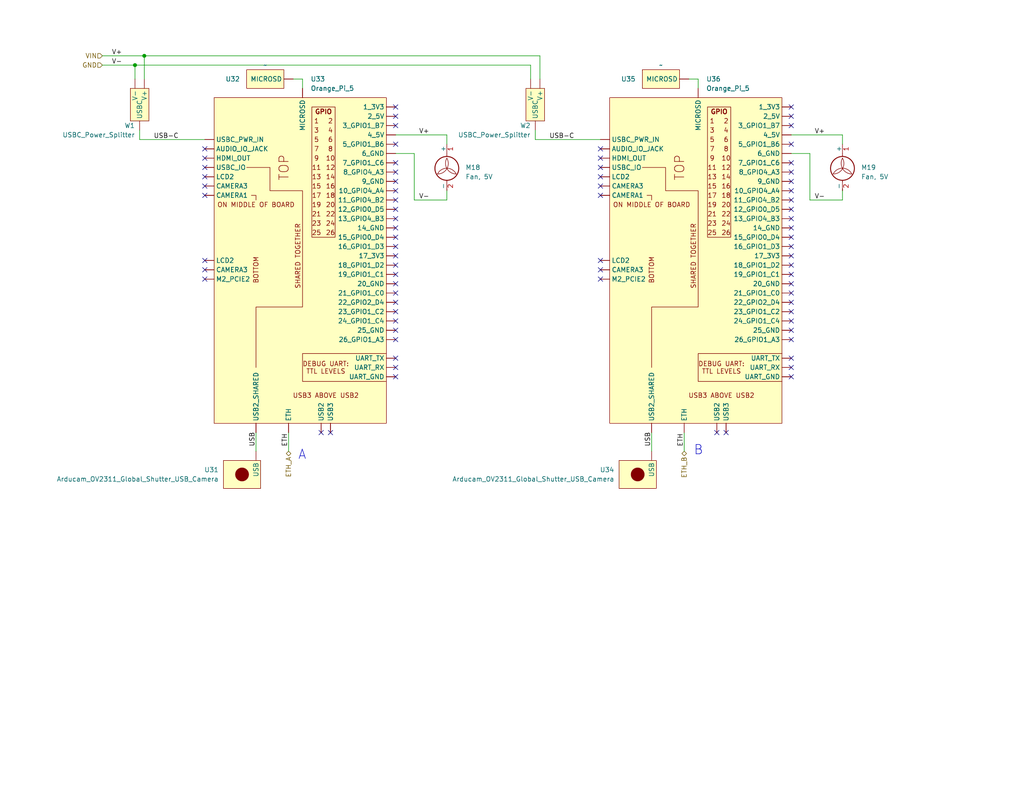
<source format=kicad_sch>
(kicad_sch (version 20230121) (generator eeschema)
  (paper "USLetter")
  (title_block (title "Schéma de câblage Disc-O 2024") (date "2024-02-27") (rev "1.6") (company "ASTRO 7605 (2024)"))
  (lib_symbols
    (symbol "FRC_Components:Arducam_OV2311_Global_Shutter_USB_Camera"
      (property "Reference" "U" (at 0 0 0))
      (property "Value" "Arducam_OV2311_Global_Shutter_USB_Camera" (at 0 -2.54 0))
      (symbol "Arducam_OV2311_Global_Shutter_USB_Camera_0_1"
        (rectangle (start -5.08 -6.35) (end 5.08 -13.97) (fill (type background)))
        (circle (center 0 -10.16) (radius 1.7961) (fill (type outline)))
      )
      (symbol "Arducam_OV2311_Global_Shutter_USB_Camera_1_1"
        (pin bidirectional line (at 3.81 -16.51 90) (length 2.54) (name "USB") (number ""))
      )
    )
    (symbol "FRC_Components:MicroSD_Card"
      (property "Reference" "U" (at 0 0 0))
      (symbol "MicroSD_Card_1_1"
        (rectangle (start -5.08 -1.27) (end 5.08 -6.35) (fill (type background)))
        (pin bidirectional line (at 7.62 -3.81 180) (length 2.54) (name "MICROSD") (number ""))
      )
    )
    (symbol "FRC_Components:Orange_Pi_5"
      (property "Reference" "U" (at -1.27 6.35 0))
      (property "Value" "Orange_Pi_5" (at -1.27 3.81 0))
      (symbol "Orange_Pi_5_1_1"
        (rectangle (start -24.13 -13.97) (end 22.86 -102.87) (fill (type background)))
        (polyline (pts (xy -13.97 -40.64) (xy -12.7 -40.64) (xy -12.7 -41.91)))
        (polyline (pts (xy 22.86 -83.82) (xy 0 -83.82) (xy 0 -91.44) (xy 22.86 -91.44)))
        (polyline (pts (xy -15.24 -33.02) (xy -8.89 -33.02) (xy -8.89 -39.37) (xy 0 -39.37) (xy 0 -71.12) (xy -12.7 -71.12) (xy -12.7 -87.63)))
        (rectangle (start 2.54 -16.51) (end 8.89 -52.07))
        (text "1" (at 3.81 -20.32 0) (effects (font (size 1.27 1.27))))
        (text "10" (at 7.62 -30.48 0) (effects (font (size 1.27 1.27))))
        (text "11" (at 3.81 -33.02 0) (effects (font (size 1.27 1.27))))
        (text "12" (at 7.62 -33.02 0) (effects (font (size 1.27 1.27))))
        (text "13" (at 3.81 -35.56 0) (effects (font (size 1.27 1.27))))
        (text "14" (at 7.62 -35.56 0) (effects (font (size 1.27 1.27))))
        (text "15" (at 3.81 -38.1 0) (effects (font (size 1.27 1.27))))
        (text "16" (at 7.62 -38.1 0) (effects (font (size 1.27 1.27))))
        (text "17" (at 3.81 -40.64 0) (effects (font (size 1.27 1.27))))
        (text "18" (at 7.62 -40.64 0) (effects (font (size 1.27 1.27))))
        (text "19" (at 3.81 -43.18 0) (effects (font (size 1.27 1.27))))
        (text "2" (at 7.62 -20.32 0) (effects (font (size 1.27 1.27))))
        (text "20" (at 7.62 -43.18 0) (effects (font (size 1.27 1.27))))
        (text "21" (at 3.81 -45.72 0) (effects (font (size 1.27 1.27))))
        (text "22" (at 7.62 -45.72 0) (effects (font (size 1.27 1.27))))
        (text "23" (at 3.81 -48.26 0) (effects (font (size 1.27 1.27))))
        (text "24" (at 7.62 -48.26 0) (effects (font (size 1.27 1.27))))
        (text "25" (at 3.81 -50.8 0) (effects (font (size 1.27 1.27))))
        (text "26" (at 7.62 -50.8 0) (effects (font (size 1.27 1.27))))
        (text "3" (at 3.81 -22.86 0) (effects (font (size 1.27 1.27))))
        (text "4" (at 7.62 -22.86 0) (effects (font (size 1.27 1.27))))
        (text "5" (at 3.81 -25.4 0) (effects (font (size 1.27 1.27))))
        (text "6" (at 7.62 -25.4 0) (effects (font (size 1.27 1.27))))
        (text "7" (at 3.81 -27.94 0) (effects (font (size 1.27 1.27))))
        (text "8" (at 7.62 -27.94 0) (effects (font (size 1.27 1.27))))
        (text "9" (at 3.81 -30.48 0) (effects (font (size 1.27 1.27))))
        (text "BOTTOM" (at -12.7 -60.96 900) (effects (font (size 1.26 1.26))))
        (text "DEBUG UART:\nTTL LEVELS" (at 6.35 -87.63 0) (effects (font (size 1.27 1.27))))
        (text "GPIO" (at 5.715 -17.78 0) (effects (font (size 1.27 1.27) bold)))
        (text "ON MIDDLE OF BOARD" (at -12.7 -43.18 0) (effects (font (size 1.27 1.27))))
        (text "SHARED TOGETHER" (at -1.27 -57.15 900) (effects (font (size 1.27 1.27))))
        (text "TOP" (at -5.08 -33.02 900) (effects (font (size 2.54 2.54))))
        (text "USB3 ABOVE USB2" (at 6.35 -95.25 0) (effects (font (size 1.27 1.27))))
        (pin bidirectional line (at 25.4 -39.37 180) (length 2.54) (name "10_GPIO4_A4") (number ""))
        (pin bidirectional line (at 25.4 -41.91 180) (length 2.54) (name "11_GPIO4_B2") (number ""))
        (pin bidirectional line (at 25.4 -44.45 180) (length 2.54) (name "12_GPIO0_D5") (number ""))
        (pin bidirectional line (at 25.4 -46.99 180) (length 2.54) (name "13_GPIO4_B3") (number ""))
        (pin power_out line (at 25.4 -49.53 180) (length 2.54) (name "14_GND") (number ""))
        (pin bidirectional line (at 25.4 -52.07 180) (length 2.54) (name "15_GPIO0_D4") (number ""))
        (pin bidirectional line (at 25.4 -54.61 180) (length 2.54) (name "16_GPIO1_D3") (number ""))
        (pin power_out line (at 25.4 -57.15 180) (length 2.54) (name "17_3V3") (number ""))
        (pin bidirectional line (at 25.4 -59.69 180) (length 2.54) (name "18_GPIO1_D2") (number ""))
        (pin bidirectional line (at 25.4 -62.23 180) (length 2.54) (name "19_GPIO1_C1") (number ""))
        (pin power_out line (at 25.4 -16.51 180) (length 2.54) (name "1_3V3") (number ""))
        (pin power_out line (at 25.4 -64.77 180) (length 2.54) (name "20_GND") (number ""))
        (pin bidirectional line (at 25.4 -67.31 180) (length 2.54) (name "21_GPIO1_C0") (number ""))
        (pin bidirectional line (at 25.4 -69.85 180) (length 2.54) (name "22_GPIO2_D4") (number ""))
        (pin bidirectional line (at 25.4 -72.39 180) (length 2.54) (name "23_GPIO1_C2") (number ""))
        (pin bidirectional line (at 25.4 -74.93 180) (length 2.54) (name "24_GPIO1_C4") (number ""))
        (pin power_out line (at 25.4 -77.47 180) (length 2.54) (name "25_GND") (number ""))
        (pin bidirectional line (at 25.4 -80.01 180) (length 2.54) (name "26_GPIO1_A3") (number ""))
        (pin power_out line (at 25.4 -19.05 180) (length 2.54) (name "2_5V") (number ""))
        (pin bidirectional line (at 25.4 -21.59 180) (length 2.54) (name "3_GPIO1_B7") (number ""))
        (pin power_out line (at 25.4 -24.13 180) (length 2.54) (name "4_5V") (number ""))
        (pin bidirectional line (at 25.4 -26.67 180) (length 2.54) (name "5_GPIO1_B6") (number ""))
        (pin power_out line (at 25.4 -29.21 180) (length 2.54) (name "6_GND") (number ""))
        (pin bidirectional line (at 25.4 -31.75 180) (length 2.54) (name "7_GPIO1_C6") (number ""))
        (pin bidirectional line (at 25.4 -34.29 180) (length 2.54) (name "8_GPIO4_A3") (number ""))
        (pin power_out line (at 25.4 -36.83 180) (length 2.54) (name "9_GND") (number ""))
        (pin bidirectional line (at -26.67 -27.94 0) (length 2.54) (name "AUDIO_IO_JACK") (number ""))
        (pin input line (at -26.67 -40.64 0) (length 2.54) (name "CAMERA1") (number ""))
        (pin output line (at -26.67 -60.96 0) (length 2.54) (name "CAMERA3") (number ""))
        (pin input line (at -26.67 -38.1 0) (length 2.54) (name "CAMERA3") (number ""))
        (pin bidirectional line (at -3.81 -105.41 90) (length 2.54) (name "ETH") (number ""))
        (pin output line (at -26.67 -30.48 0) (length 2.54) (name "HDMI_OUT") (number ""))
        (pin input line (at -26.67 -58.42 0) (length 2.54) (name "LCD2") (number ""))
        (pin output line (at -26.67 -35.56 0) (length 2.54) (name "LCD2") (number ""))
        (pin bidirectional line (at -26.67 -63.5 0) (length 2.54) (name "M2_PCIE2") (number ""))
        (pin bidirectional line (at 0 -11.43 270) (length 2.54) (name "MICROSD") (number ""))
        (pin power_out line (at 25.4 -90.17 180) (length 2.54) (name "UART_GND") (number ""))
        (pin input line (at 25.4 -87.63 180) (length 2.54) (name "UART_RX") (number ""))
        (pin output line (at 25.4 -85.09 180) (length 2.54) (name "UART_TX") (number ""))
        (pin bidirectional line (at 5.08 -105.41 90) (length 2.54) (name "USB2") (number ""))
        (pin bidirectional line (at -12.7 -105.41 90) (length 2.54) (name "USB2_SHARED") (number ""))
        (pin bidirectional line (at 7.62 -105.41 90) (length 2.54) (name "USB3") (number ""))
        (pin bidirectional line (at -26.67 -33.02 0) (length 2.54) (name "USBC_IO") (number ""))
        (pin power_in line (at -26.67 -25.4 0) (length 2.54) (name "USBC_PWR_IN") (number ""))
      )
    )
    (symbol "FRC_Components:USBC_Power_Splitter"
      (property "Reference" "W" (at 0 3.81 0))
      (property "Value" "USBC_Power_Splitter" (at -1.27 1.27 0))
      (symbol "USBC_Power_Splitter_1_1"
        (rectangle (start -3.81 -1.27) (end 5.08 -6.35) (fill (type background)))
        (pin bidirectional line (at 7.62 -3.81 180) (length 2.54) (name "USBC") (number ""))
        (pin bidirectional line (at -6.35 -2.54 0) (length 2.54) (name "V+") (number ""))
        (pin bidirectional line (at -6.35 -5.08 0) (length 2.54) (name "V-") (number ""))
      )
    )
    (symbol "Motor:Fan" (pin_names (offset 0))
      (property "Reference" "M" (at 2.54 5.08 0))
      (property "Value" "Fan" (at 2.54 -2.54 0))
      (symbol "Fan_0_1"
        (arc (start -2.54 -0.508) (mid 0.0028 0.9121) (end 0 3.81))
        (polyline (pts (xy 0 -5.08) (xy 0 -4.572)))
        (polyline (pts (xy 0 -2.2352) (xy 0 -2.6416)))
        (polyline (pts (xy 0 4.2672) (xy 0 4.6228)))
        (polyline (pts (xy 0 4.572) (xy 0 5.08)))
        (circle (center 0 1.016) (radius 3.2512) (stroke (width 0.254)))
        (arc (start 0 3.81) (mid 0.053 0.921) (end 2.54 -0.508))
        (arc (start 2.54 -0.508) (mid 0 1.0618) (end -2.54 -0.508))
      )
      (symbol "Fan_1_1"
        (pin passive line (at 0 7.62 270) (length 2.54) (name "+") (number "1"))
        (pin passive line (at 0 -5.08 90) (length 2.54) (name "-") (number "2"))
      )
    )
  )
  (junction (at 36.83 17.78))
  (junction (at 39.37 15.24))
  (no_connect (at 107.95 54.61))
  (no_connect (at 55.88 53.34))
  (no_connect (at 215.9 49.53))
  (no_connect (at 215.9 44.45))
  (no_connect (at 163.83 53.34))
  (no_connect (at 163.83 40.64))
  (no_connect (at 107.95 80.01))
  (no_connect (at 107.95 102.87))
  (no_connect (at 107.95 85.09))
  (no_connect (at 107.95 67.31))
  (no_connect (at 215.9 67.31))
  (no_connect (at 107.95 52.07))
  (no_connect (at 215.9 72.39))
  (no_connect (at 215.9 102.87))
  (no_connect (at 163.83 73.66))
  (no_connect (at 163.83 71.12))
  (no_connect (at 215.9 29.21))
  (no_connect (at 215.9 80.01))
  (no_connect (at 215.9 100.33))
  (no_connect (at 107.95 90.17))
  (no_connect (at 55.88 48.26))
  (no_connect (at 107.95 74.93))
  (no_connect (at 163.83 43.18))
  (no_connect (at 215.9 64.77))
  (no_connect (at 215.9 54.61))
  (no_connect (at 107.95 87.63))
  (no_connect (at 215.9 92.71))
  (no_connect (at 215.9 90.17))
  (no_connect (at 215.9 74.93))
  (no_connect (at 215.9 77.47))
  (no_connect (at 107.95 31.75))
  (no_connect (at 107.95 82.55))
  (no_connect (at 107.95 62.23))
  (no_connect (at 55.88 45.72))
  (no_connect (at 215.9 46.99))
  (no_connect (at 107.95 29.21))
  (no_connect (at 215.9 57.15))
  (no_connect (at 87.63 118.11))
  (no_connect (at 215.9 85.09))
  (no_connect (at 215.9 82.55))
  (no_connect (at 215.9 87.63))
  (no_connect (at 163.83 45.72))
  (no_connect (at 163.83 50.8))
  (no_connect (at 215.9 39.37))
  (no_connect (at 107.95 46.99))
  (no_connect (at 55.88 43.18))
  (no_connect (at 55.88 73.66))
  (no_connect (at 215.9 97.79))
  (no_connect (at 55.88 76.2))
  (no_connect (at 107.95 34.29))
  (no_connect (at 107.95 44.45))
  (no_connect (at 215.9 62.23))
  (no_connect (at 107.95 69.85))
  (no_connect (at 55.88 40.64))
  (no_connect (at 107.95 49.53))
  (no_connect (at 107.95 64.77))
  (no_connect (at 107.95 77.47))
  (no_connect (at 107.95 100.33))
  (no_connect (at 215.9 52.07))
  (no_connect (at 107.95 92.71))
  (no_connect (at 215.9 59.69))
  (no_connect (at 55.88 71.12))
  (no_connect (at 55.88 50.8))
  (no_connect (at 107.95 39.37))
  (no_connect (at 107.95 59.69))
  (no_connect (at 215.9 34.29))
  (no_connect (at 163.83 76.2))
  (no_connect (at 163.83 48.26))
  (no_connect (at 215.9 69.85))
  (no_connect (at 107.95 72.39))
  (no_connect (at 90.17 118.11))
  (no_connect (at 107.95 57.15))
  (no_connect (at 215.9 31.75))
  (no_connect (at 107.95 97.79))
  (no_connect (at 198.12 118.11))
  (no_connect (at 195.58 118.11))
  (wire (pts (xy 190.5 21.59) (xy 190.5 24.13)))
  (wire (pts (xy 38.1 38.1) (xy 55.88 38.1)))
  (wire (pts (xy 146.05 35.56) (xy 146.05 38.1)))
  (wire (pts (xy 82.55 21.59) (xy 82.55 24.13)))
  (wire (pts (xy 220.98 41.91) (xy 215.9 41.91)))
  (wire (pts (xy 36.83 17.78) (xy 27.94 17.78)))
  (wire (pts (xy 220.98 54.61) (xy 220.98 41.91)))
  (wire (pts (xy 36.83 17.78) (xy 36.83 21.59)))
  (wire (pts (xy 80.01 21.59) (xy 82.55 21.59)))
  (wire (pts (xy 187.96 21.59) (xy 190.5 21.59)))
  (wire (pts (xy 146.05 38.1) (xy 163.83 38.1)))
  (wire (pts (xy 39.37 15.24) (xy 39.37 21.59)))
  (wire (pts (xy 144.78 21.59) (xy 144.78 17.78)))
  (wire (pts (xy 113.03 54.61) (xy 113.03 41.91)))
  (wire (pts (xy 229.87 54.61) (xy 220.98 54.61)))
  (wire (pts (xy 229.87 52.07) (xy 229.87 54.61)))
  (wire (pts (xy 121.92 52.07) (xy 121.92 54.61)))
  (wire (pts (xy 121.92 54.61) (xy 113.03 54.61)))
  (wire (pts (xy 38.1 35.56) (xy 38.1 38.1)))
  (wire (pts (xy 69.85 118.11) (xy 69.85 123.19)))
  (wire (pts (xy 147.32 15.24) (xy 147.32 21.59)))
  (wire (pts (xy 121.92 36.83) (xy 121.92 39.37)))
  (wire (pts (xy 78.74 118.11) (xy 78.74 123.19)))
  (wire (pts (xy 144.78 17.78) (xy 36.83 17.78)))
  (wire (pts (xy 107.95 36.83) (xy 121.92 36.83)))
  (wire (pts (xy 39.37 15.24) (xy 27.94 15.24)))
  (wire (pts (xy 229.87 36.83) (xy 229.87 39.37)))
  (wire (pts (xy 39.37 15.24) (xy 147.32 15.24)))
  (wire (pts (xy 186.69 118.11) (xy 186.69 123.19)))
  (wire (pts (xy 215.9 36.83) (xy 229.87 36.83)))
  (wire (pts (xy 177.8 118.11) (xy 177.8 123.19)))
  (wire (pts (xy 113.03 41.91) (xy 107.95 41.91)))
  (text "B" (at 189.23 124.46 0) (effects (font (size 2.54 2.54)) (justify left bottom)))
  (text "A" (at 81.28 125.73 0) (effects (font (size 2.54 2.54)) (justify left bottom)))
  (label "USB-C" (at 41.91 38.1 0))
  (label "V+" (at 222.25 36.83 0))
  (label "ETH" (at 186.69 121.92 90))
  (label "V+" (at 30.48 15.24 0))
  (label "V-" (at 30.48 17.78 0))
  (label "USB" (at 69.85 121.92 90))
  (label "USB" (at 177.8 121.92 90))
  (label "ETH" (at 78.74 121.92 90))
  (label "V-" (at 222.25 54.61 0))
  (label "V-" (at 114.3 54.61 0))
  (label "V+" (at 114.3 36.83 0))
  (label "USB-C" (at 149.86 38.1 0))
  (hierarchical_label "ETH_B" (shape bidirectional) (at 186.69 123.19 270))
  (hierarchical_label "ETH_A" (shape bidirectional) (at 78.74 123.19 270))
  (hierarchical_label "GND" (shape input) (at 27.94 17.78 180))
  (hierarchical_label "VIN" (shape input) (at 27.94 15.24 180))
  (symbol (lib_id "FRC_Components:Arducam_OV2311_Global_Shutter_USB_Camera") (at 173.99 139.7 0) (mirror x) (unit 1)
    (property "Reference" "U34" (at 167.64 128.27 0) (effects (justify right)))
    (property "Value" "Arducam_OV2311_Global_Shutter_USB_Camera" (at 167.64 130.81 0) (effects (justify right)))
    (property "Datasheet" "https://www.arducam.com/product/arducam-2mp-global-shutter-usb-camera-board-for-computer-50fps-ov2311-monochrome-uvc-webcam-module-with-low-distortion-m12-lens-without-microphones-compatible-with-windows-linux-android-and-mac-os/" (effects hide))
  )
  (symbol (lib_id "FRC_Components:MicroSD_Card") (at 72.39 17.78 0) (unit 1)
    (property "Reference" "U32" (at 63.5 21.59 0))
    (property "Value" "~" (at 72.39 17.78 0))
  )
  (symbol (lib_id "FRC_Components:Orange_Pi_5") (at 82.55 12.7 0) (unit 1)
    (property "Reference" "U33" (at 84.7441 21.59 0) (effects (justify left)))
    (property "Value" "Orange_Pi_5" (at 84.7441 24.13 0) (effects (justify left)))
    (property "Datasheet" "http://www.orangepi.org/html/hardWare/computerAndMicrocontrollers/details/Orange-Pi-5.html" (effects hide))
  )
  (symbol (lib_id "FRC_Components:Orange_Pi_5") (at 190.5 12.7 0) (unit 1)
    (property "Reference" "U36" (at 192.6941 21.59 0) (effects (justify left)))
    (property "Value" "Orange_Pi_5" (at 192.6941 24.13 0) (effects (justify left)))
    (property "Datasheet" "http://www.orangepi.org/html/hardWare/computerAndMicrocontrollers/details/Orange-Pi-5.html" (effects hide))
  )
  (symbol (lib_id "FRC_Components:MicroSD_Card") (at 180.34 17.78 0) (unit 1)
    (property "Reference" "U35" (at 171.45 21.59 0))
    (property "Value" "~" (at 180.34 17.78 0))
  )
  (symbol (lib_id "Motor:Fan") (at 121.92 46.99 0) (unit 1)
    (property "Reference" "M18" (at 127 45.72 0) (effects (justify left)))
    (property "Value" "Fan, 5V" (at 127 48.26 0) (effects (justify left)))
  )
  (symbol (lib_id "FRC_Components:Arducam_OV2311_Global_Shutter_USB_Camera") (at 66.04 139.7 0) (mirror x) (unit 1)
    (property "Reference" "U31" (at 59.69 128.27 0) (effects (justify right)))
    (property "Value" "Arducam_OV2311_Global_Shutter_USB_Camera" (at 59.69 130.81 0) (effects (justify right)))
    (property "Datasheet" "https://www.arducam.com/product/arducam-2mp-global-shutter-usb-camera-board-for-computer-50fps-ov2311-monochrome-uvc-webcam-module-with-low-distortion-m12-lens-without-microphones-compatible-with-windows-linux-android-and-mac-os/" (effects hide))
  )
  (symbol (lib_id "FRC_Components:USBC_Power_Splitter") (at 149.86 27.94 270) (unit 1)
    (property "Reference" "W2" (at 144.78 34.29 90) (effects (justify right)))
    (property "Value" "USBC_Power_Splitter" (at 144.78 36.83 90) (effects (justify right)))
  )
  (symbol (lib_id "FRC_Components:USBC_Power_Splitter") (at 41.91 27.94 270) (unit 1)
    (property "Reference" "W1" (at 36.83 34.29 90) (effects (justify right)))
    (property "Value" "USBC_Power_Splitter" (at 36.83 36.83 90) (effects (justify right)))
  )
  (symbol (lib_id "Motor:Fan") (at 229.87 46.99 0) (unit 1)
    (property "Reference" "M19" (at 234.95 45.72 0) (effects (justify left)))
    (property "Value" "Fan, 5V" (at 234.95 48.26 0) (effects (justify left)))
  )
)
</source>
